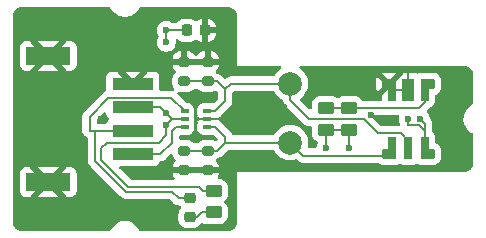
<source format=gbr>
%TF.GenerationSoftware,KiCad,Pcbnew,9.0.2*%
%TF.CreationDate,2025-07-10T11:39:35+02:00*%
%TF.ProjectId,iagabel,69616761-6265-46c2-9e6b-696361645f70,rev?*%
%TF.SameCoordinates,Original*%
%TF.FileFunction,Copper,L1,Top*%
%TF.FilePolarity,Positive*%
%FSLAX46Y46*%
G04 Gerber Fmt 4.6, Leading zero omitted, Abs format (unit mm)*
G04 Created by KiCad (PCBNEW 9.0.2) date 2025-07-10 11:39:35*
%MOMM*%
%LPD*%
G01*
G04 APERTURE LIST*
G04 Aperture macros list*
%AMRoundRect*
0 Rectangle with rounded corners*
0 $1 Rounding radius*
0 $2 $3 $4 $5 $6 $7 $8 $9 X,Y pos of 4 corners*
0 Add a 4 corners polygon primitive as box body*
4,1,4,$2,$3,$4,$5,$6,$7,$8,$9,$2,$3,0*
0 Add four circle primitives for the rounded corners*
1,1,$1+$1,$2,$3*
1,1,$1+$1,$4,$5*
1,1,$1+$1,$6,$7*
1,1,$1+$1,$8,$9*
0 Add four rect primitives between the rounded corners*
20,1,$1+$1,$2,$3,$4,$5,0*
20,1,$1+$1,$4,$5,$6,$7,0*
20,1,$1+$1,$6,$7,$8,$9,0*
20,1,$1+$1,$8,$9,$2,$3,0*%
G04 Aperture macros list end*
%TA.AperFunction,SMDPad,CuDef*%
%ADD10RoundRect,0.200000X-0.275000X0.200000X-0.275000X-0.200000X0.275000X-0.200000X0.275000X0.200000X0*%
%TD*%
%TA.AperFunction,SMDPad,CuDef*%
%ADD11RoundRect,0.250000X0.450000X-0.262500X0.450000X0.262500X-0.450000X0.262500X-0.450000X-0.262500X0*%
%TD*%
%TA.AperFunction,SMDPad,CuDef*%
%ADD12RoundRect,0.250000X-0.450000X0.262500X-0.450000X-0.262500X0.450000X-0.262500X0.450000X0.262500X0*%
%TD*%
%TA.AperFunction,SMDPad,CuDef*%
%ADD13RoundRect,0.100000X0.225000X0.100000X-0.225000X0.100000X-0.225000X-0.100000X0.225000X-0.100000X0*%
%TD*%
%TA.AperFunction,SMDPad,CuDef*%
%ADD14RoundRect,0.218750X-0.256250X0.218750X-0.256250X-0.218750X0.256250X-0.218750X0.256250X0.218750X0*%
%TD*%
%TA.AperFunction,SMDPad,CuDef*%
%ADD15C,2.000000*%
%TD*%
%TA.AperFunction,SMDPad,CuDef*%
%ADD16RoundRect,0.200000X0.275000X-0.200000X0.275000X0.200000X-0.275000X0.200000X-0.275000X-0.200000X0*%
%TD*%
%TA.AperFunction,SMDPad,CuDef*%
%ADD17RoundRect,0.225000X-0.225000X-0.250000X0.225000X-0.250000X0.225000X0.250000X-0.225000X0.250000X0*%
%TD*%
%TA.AperFunction,SMDPad,CuDef*%
%ADD18RoundRect,0.135000X-0.465000X-0.315000X0.465000X-0.315000X0.465000X0.315000X-0.465000X0.315000X0*%
%TD*%
%TA.AperFunction,SMDPad,CuDef*%
%ADD19R,0.700000X1.900000*%
%TD*%
%TA.AperFunction,SMDPad,CuDef*%
%ADD20R,1.000000X1.900000*%
%TD*%
%TA.AperFunction,SMDPad,CuDef*%
%ADD21R,3.500000X1.000000*%
%TD*%
%TA.AperFunction,SMDPad,CuDef*%
%ADD22R,3.800000X1.500000*%
%TD*%
%TA.AperFunction,ViaPad*%
%ADD23C,0.600000*%
%TD*%
%TA.AperFunction,Conductor*%
%ADD24C,0.200000*%
%TD*%
G04 APERTURE END LIST*
D10*
%TO.P,R7,2*%
%TO.N,GND*%
X17000000Y-14325000D03*
%TO.P,R7,1*%
%TO.N,Net-(U1-1A)*%
X17000000Y-12675000D03*
%TD*%
D11*
%TO.P,R2,1*%
%TO.N,+3.3V*%
X27000000Y-10912500D03*
%TO.P,R2,2*%
%TO.N,Net-(K1-ANODE)*%
X27000000Y-9087500D03*
%TD*%
D12*
%TO.P,R5,1*%
%TO.N,+3.3V*%
X17500000Y-16087500D03*
%TO.P,R5,2*%
%TO.N,Net-(D1-A)*%
X17500000Y-17912500D03*
%TD*%
D13*
%TO.P,U1,1,1A*%
%TO.N,Net-(U1-1A)*%
X16950000Y-10650000D03*
%TO.P,U1,2,GND*%
%TO.N,GND*%
X16950000Y-10000000D03*
%TO.P,U1,3,2A*%
%TO.N,Net-(U1-2A)*%
X16950000Y-9350000D03*
%TO.P,U1,4,2Y*%
%TO.N,Net-(D1-K)*%
X15050000Y-9350000D03*
%TO.P,U1,5,V_{CC}*%
%TO.N,+3.3V*%
X15050000Y-10000000D03*
%TO.P,U1,6,1Y*%
%TO.N,Net-(J1-Pin_1)*%
X15050000Y-10650000D03*
%TD*%
D10*
%TO.P,R6,1*%
%TO.N,Net-(U1-1A)*%
X15000000Y-12675000D03*
%TO.P,R6,2*%
%TO.N,GND*%
X15000000Y-14325000D03*
%TD*%
D14*
%TO.P,D1,1,K*%
%TO.N,Net-(D1-K)*%
X15500000Y-16712500D03*
%TO.P,D1,2,A*%
%TO.N,Net-(D1-A)*%
X15500000Y-18287500D03*
%TD*%
D15*
%TO.P,TP1,1,1*%
%TO.N,Net-(U1-1A)*%
X24000000Y-12000000D03*
%TD*%
D16*
%TO.P,R3,1*%
%TO.N,Net-(U1-2A)*%
X17000000Y-6825000D03*
%TO.P,R3,2*%
%TO.N,GND*%
X17000000Y-5175000D03*
%TD*%
D17*
%TO.P,C1,1*%
%TO.N,+3.3V*%
X15225000Y-2500000D03*
%TO.P,C1,2*%
%TO.N,GND*%
X16775000Y-2500000D03*
%TD*%
D11*
%TO.P,R1,1*%
%TO.N,+3.3V*%
X29000000Y-10912500D03*
%TO.P,R1,2*%
%TO.N,Net-(K1-ANODE)*%
X29000000Y-9087500D03*
%TD*%
D18*
%TO.P,K1,1,EMITTER*%
%TO.N,Net-(U1-1A)*%
X32350000Y-12950000D03*
D19*
X32600000Y-12450000D03*
%TO.P,K1,2,EMITTER*%
%TO.N,Net-(U1-2A)*%
X34000000Y-12450000D03*
%TO.P,K1,3,COLLECTOR*%
%TO.N,+3.3V*%
X35400000Y-12450000D03*
D18*
X35650000Y-12950000D03*
D19*
%TO.P,K1,4,ANODE*%
%TO.N,Net-(K1-ANODE)*%
X35400000Y-7550000D03*
D18*
X35650000Y-7050000D03*
D20*
%TO.P,K1,5,NC*%
%TO.N,GND*%
X34000000Y-7550000D03*
D18*
%TO.P,K1,6,CATHODE*%
X32350000Y-7050000D03*
D19*
X32600000Y-7550000D03*
%TD*%
D15*
%TO.P,TP2,1,1*%
%TO.N,Net-(U1-2A)*%
X24000000Y-7000000D03*
%TD*%
D21*
%TO.P,J1,1,Pin_1*%
%TO.N,Net-(J1-Pin_1)*%
X10650000Y-13000000D03*
%TO.P,J1,2,Pin_2*%
%TO.N,Net-(D1-K)*%
X10650000Y-11000000D03*
%TO.P,J1,3,Pin_3*%
%TO.N,+3.3V*%
X10650000Y-9000000D03*
%TO.P,J1,4,Pin_4*%
%TO.N,GND*%
X10650000Y-7000000D03*
D22*
%TO.P,J1,5,MP1*%
X3500000Y-4650000D03*
%TO.P,J1,6,MP2*%
X3500000Y-15350000D03*
%TD*%
D16*
%TO.P,R4,1*%
%TO.N,Net-(U1-2A)*%
X15000000Y-6825000D03*
%TO.P,R4,2*%
%TO.N,GND*%
X15000000Y-5175000D03*
%TD*%
D23*
%TO.N,+3.3V*%
X13500000Y-9500000D03*
X13500000Y-2500000D03*
X34000000Y-10000000D03*
X13500000Y-3500000D03*
X35000000Y-10000000D03*
X29000000Y-12500000D03*
X27000000Y-12500000D03*
X13500000Y-10500000D03*
%TO.N,GND*%
X28000000Y-7500000D03*
X38000000Y-13000000D03*
X22000000Y-14000000D03*
X9000000Y-4500000D03*
X21500000Y-9000000D03*
X15000000Y-8000000D03*
X17000000Y-8000000D03*
X23500000Y-9000000D03*
X3000000Y-7500000D03*
X29000000Y-14000000D03*
X3000000Y-9000000D03*
X11000000Y-14500000D03*
X30800000Y-9700000D03*
X38000000Y-7000000D03*
X8000000Y-10000000D03*
X26500000Y-7500000D03*
X7000000Y-16000000D03*
X4500000Y-7500000D03*
X21000000Y-14000000D03*
X4500000Y-12000000D03*
X38000000Y-10000000D03*
X4500000Y-10500000D03*
X12000000Y-14500000D03*
X4500000Y-9000000D03*
X3000000Y-10500000D03*
X17900000Y-3600000D03*
X27000000Y-14000000D03*
X11500000Y-4500000D03*
X3000000Y-12000000D03*
X20000000Y-8000000D03*
%TD*%
D24*
%TO.N,Net-(D1-A)*%
X16112500Y-18287500D02*
X16487500Y-17912500D01*
X16487500Y-17912500D02*
X17500000Y-17912500D01*
%TO.N,Net-(D1-K)*%
X10650000Y-11000000D02*
X7500000Y-11000000D01*
X10095400Y-16162500D02*
X7500000Y-13567100D01*
X14000000Y-16162500D02*
X10095400Y-16162500D01*
X7500000Y-13567100D02*
X7500000Y-11000000D01*
X14550000Y-16712500D02*
X14000000Y-16162500D01*
X15500000Y-16712500D02*
X14550000Y-16712500D01*
%TO.N,+3.3V*%
X17500000Y-16087500D02*
X16587500Y-16087500D01*
X8000000Y-12500000D02*
X8500000Y-12000000D01*
X16587500Y-16087500D02*
X16261500Y-15761500D01*
X13500000Y-11400000D02*
X13500000Y-10500000D01*
X16261500Y-15761500D02*
X10261500Y-15761500D01*
X10261500Y-15761500D02*
X8000000Y-13500000D01*
X8000000Y-13500000D02*
X8000000Y-12500000D01*
X12900000Y-12000000D02*
X13500000Y-11400000D01*
X8500000Y-12000000D02*
X12900000Y-12000000D01*
X15225000Y-2500000D02*
X13500000Y-2500000D01*
%TO.N,Net-(U1-1A)*%
X17000000Y-12675000D02*
X17825000Y-12675000D01*
X17825000Y-12675000D02*
X18500000Y-12000000D01*
X15000000Y-12675000D02*
X17000000Y-12675000D01*
%TO.N,Net-(D1-A)*%
X15500000Y-18287500D02*
X16112500Y-18287500D01*
%TO.N,+3.3V*%
X34000000Y-10000000D02*
X34000000Y-10500000D01*
X27000000Y-10912500D02*
X29000000Y-10912500D01*
X35400000Y-11000000D02*
X35400000Y-12450000D01*
X29000000Y-12500000D02*
X29000000Y-10912500D01*
X35400000Y-10400000D02*
X35400000Y-11000000D01*
X13500000Y-2500000D02*
X13500000Y-3500000D01*
X35000000Y-10000000D02*
X35400000Y-10400000D01*
X27000000Y-10912500D02*
X27000000Y-12500000D01*
X13000000Y-9000000D02*
X10650000Y-9000000D01*
X13500000Y-10500000D02*
X14000000Y-10000000D01*
X34900000Y-10500000D02*
X35400000Y-11000000D01*
X17261500Y-15761500D02*
X17500000Y-16000000D01*
X34000000Y-10500000D02*
X34900000Y-10500000D01*
X14000000Y-10000000D02*
X15050000Y-10000000D01*
X13500000Y-9500000D02*
X13000000Y-9000000D01*
X13500000Y-9500000D02*
X14000000Y-10000000D01*
%TO.N,GND*%
X16200000Y-10000000D02*
X16000000Y-9800000D01*
X16950000Y-10000000D02*
X16200000Y-10000000D01*
X15000000Y-5175000D02*
X17000000Y-5175000D01*
X34000000Y-5900000D02*
X34000000Y-7550000D01*
X16950000Y-10000000D02*
X20500000Y-10000000D01*
X20500000Y-10000000D02*
X21500000Y-9000000D01*
X16000000Y-9800000D02*
X16000000Y-9000000D01*
X32600000Y-7550000D02*
X34000000Y-7550000D01*
X16000000Y-9000000D02*
X17000000Y-8000000D01*
%TO.N,Net-(D1-K)*%
X15050000Y-9350000D02*
X13899000Y-8199000D01*
X7500000Y-11000000D02*
X7000000Y-11000000D01*
X13899000Y-8199000D02*
X8599000Y-8199000D01*
X7000000Y-9798000D02*
X7000000Y-11000000D01*
X8599000Y-8199000D02*
X7000000Y-9798000D01*
%TO.N,Net-(J1-Pin_1)*%
X14350000Y-10650000D02*
X14000000Y-11000000D01*
X15050000Y-10650000D02*
X14350000Y-10650000D01*
X13000000Y-13000000D02*
X10650000Y-13000000D01*
X14000000Y-12000000D02*
X13000000Y-13000000D01*
X14000000Y-11000000D02*
X14000000Y-12000000D01*
%TO.N,Net-(U1-2A)*%
X17825000Y-6825000D02*
X17000000Y-6825000D01*
X31449057Y-11199000D02*
X30250057Y-10000000D01*
X34000000Y-11850000D02*
X33349000Y-11199000D01*
X15000000Y-6825000D02*
X17000000Y-6825000D01*
X18500000Y-8500000D02*
X18500000Y-7500000D01*
X17650000Y-9350000D02*
X18500000Y-8500000D01*
X34000000Y-12450000D02*
X34000000Y-12952000D01*
X16950000Y-9350000D02*
X17650000Y-9350000D01*
X24000000Y-7000000D02*
X19000000Y-7000000D01*
X30250057Y-10000000D02*
X25585787Y-10000000D01*
X19000000Y-7000000D02*
X18500000Y-7500000D01*
X34000000Y-12450000D02*
X34000000Y-11850000D01*
X18500000Y-7500000D02*
X17825000Y-6825000D01*
X24000000Y-8414213D02*
X24000000Y-7000000D01*
X25585787Y-10000000D02*
X24000000Y-8414213D01*
X33349000Y-11199000D02*
X31449057Y-11199000D01*
%TO.N,Net-(K1-ANODE)*%
X34912500Y-9087500D02*
X35400000Y-8600000D01*
X29000000Y-9087500D02*
X34912500Y-9087500D01*
X35400000Y-8600000D02*
X35400000Y-7550000D01*
X27000000Y-9087500D02*
X29000000Y-9087500D01*
%TO.N,Net-(U1-1A)*%
X32350000Y-12950000D02*
X32199000Y-13101000D01*
X24000000Y-12000000D02*
X18500000Y-12000000D01*
X16950000Y-10650000D02*
X17650000Y-10650000D01*
X32199000Y-13101000D02*
X25101000Y-13101000D01*
X18500000Y-11500000D02*
X18500000Y-12000000D01*
X17650000Y-10650000D02*
X18500000Y-11500000D01*
X25101000Y-13101000D02*
X24000000Y-12000000D01*
%TD*%
%TA.AperFunction,Conductor*%
%TO.N,GND*%
G36*
X8730113Y-519685D02*
G01*
X8773559Y-567705D01*
X8844951Y-707820D01*
X8969890Y-879786D01*
X9120213Y-1030109D01*
X9292179Y-1155048D01*
X9292181Y-1155049D01*
X9292184Y-1155051D01*
X9481588Y-1251557D01*
X9683757Y-1317246D01*
X9893713Y-1350500D01*
X9893714Y-1350500D01*
X10106286Y-1350500D01*
X10106287Y-1350500D01*
X10316243Y-1317246D01*
X10518412Y-1251557D01*
X10707816Y-1155051D01*
X10734223Y-1135865D01*
X10879786Y-1030109D01*
X10879788Y-1030106D01*
X10879792Y-1030104D01*
X11030104Y-879792D01*
X11030106Y-879788D01*
X11030109Y-879786D01*
X11155048Y-707820D01*
X11155047Y-707820D01*
X11155051Y-707816D01*
X11226441Y-567704D01*
X11274416Y-516909D01*
X11336926Y-500000D01*
X12567119Y-500000D01*
X12567651Y-500001D01*
X12575763Y-500035D01*
X12578947Y-500550D01*
X12683300Y-500499D01*
X12749192Y-500499D01*
X18697468Y-500499D01*
X18711350Y-501278D01*
X18864132Y-518493D01*
X18891198Y-524670D01*
X19014185Y-567705D01*
X19033921Y-574611D01*
X19058938Y-586659D01*
X19186965Y-667103D01*
X19208672Y-684415D01*
X19315584Y-791327D01*
X19332897Y-813036D01*
X19413340Y-941061D01*
X19425388Y-966078D01*
X19475328Y-1108798D01*
X19481506Y-1135869D01*
X19498720Y-1288639D01*
X19499500Y-1302523D01*
X19499500Y-4274999D01*
X19499501Y-4275074D01*
X19499501Y-4302350D01*
X19499895Y-4304839D01*
X19499989Y-4311916D01*
X19499941Y-4312084D01*
X19500000Y-4313559D01*
X19500000Y-5500000D01*
X20686433Y-5500000D01*
X20696156Y-5500382D01*
X20697643Y-5500499D01*
X20697648Y-5500499D01*
X20734108Y-5500499D01*
X23129450Y-5500499D01*
X23196489Y-5520184D01*
X23242244Y-5572988D01*
X23252188Y-5642146D01*
X23223163Y-5705702D01*
X23202336Y-5724816D01*
X23022490Y-5855483D01*
X23022488Y-5855485D01*
X23022487Y-5855485D01*
X22855485Y-6022487D01*
X22855485Y-6022488D01*
X22855483Y-6022490D01*
X22830668Y-6056645D01*
X22716657Y-6213566D01*
X22711086Y-6224500D01*
X22671332Y-6302523D01*
X22656417Y-6331795D01*
X22608442Y-6382591D01*
X22545932Y-6399500D01*
X19086670Y-6399500D01*
X19086654Y-6399499D01*
X19079058Y-6399499D01*
X18920943Y-6399499D01*
X18844579Y-6419961D01*
X18768214Y-6440423D01*
X18768209Y-6440426D01*
X18631290Y-6519475D01*
X18631282Y-6519481D01*
X18587679Y-6563084D01*
X18579734Y-6567422D01*
X18574309Y-6574669D01*
X18549548Y-6583904D01*
X18526356Y-6596568D01*
X18517327Y-6595922D01*
X18508845Y-6599086D01*
X18483021Y-6593468D01*
X18456664Y-6591583D01*
X18447611Y-6585765D01*
X18440572Y-6584234D01*
X18412318Y-6563083D01*
X18312590Y-6463355D01*
X18312588Y-6463352D01*
X18193717Y-6344481D01*
X18193716Y-6344480D01*
X18106904Y-6294360D01*
X18106904Y-6294359D01*
X18106900Y-6294358D01*
X18056785Y-6265423D01*
X17904057Y-6224499D01*
X17904054Y-6224499D01*
X17900986Y-6224095D01*
X17898589Y-6223034D01*
X17896206Y-6222396D01*
X17896305Y-6222024D01*
X17880081Y-6214846D01*
X17857748Y-6209988D01*
X17841343Y-6197707D01*
X17837090Y-6195826D01*
X17829505Y-6188848D01*
X17727983Y-6087326D01*
X17694499Y-6026002D01*
X17699483Y-5956311D01*
X17727985Y-5911963D01*
X17830071Y-5809878D01*
X17830072Y-5809877D01*
X17918019Y-5664395D01*
X17968590Y-5502106D01*
X17975000Y-5431572D01*
X17975000Y-5425000D01*
X14025001Y-5425000D01*
X14025001Y-5431582D01*
X14031408Y-5502102D01*
X14031409Y-5502107D01*
X14081981Y-5664396D01*
X14169927Y-5809877D01*
X14272015Y-5911965D01*
X14305500Y-5973288D01*
X14300516Y-6042980D01*
X14272015Y-6087327D01*
X14169531Y-6189810D01*
X14169530Y-6189811D01*
X14081522Y-6335393D01*
X14030913Y-6497807D01*
X14028944Y-6519480D01*
X14024588Y-6567422D01*
X14024500Y-6568386D01*
X14024500Y-7081613D01*
X14030913Y-7152192D01*
X14030913Y-7152194D01*
X14030914Y-7152196D01*
X14081522Y-7314606D01*
X14140926Y-7412872D01*
X14146921Y-7422788D01*
X14164757Y-7490343D01*
X14143239Y-7556816D01*
X14089199Y-7601104D01*
X14034063Y-7610755D01*
X14021178Y-7610053D01*
X13978057Y-7598499D01*
X13819943Y-7598499D01*
X13819939Y-7598500D01*
X13024000Y-7598500D01*
X12956961Y-7578815D01*
X12911206Y-7526011D01*
X12900000Y-7474500D01*
X12900000Y-6452172D01*
X12899999Y-6452155D01*
X12893598Y-6392627D01*
X12893596Y-6392620D01*
X12843354Y-6257913D01*
X12843350Y-6257906D01*
X12757190Y-6142812D01*
X12757187Y-6142809D01*
X12642093Y-6056649D01*
X12642086Y-6056645D01*
X12507379Y-6006403D01*
X12507372Y-6006401D01*
X12447844Y-6000000D01*
X11910000Y-6000000D01*
X11901989Y-6019338D01*
X11902579Y-6020418D01*
X11897595Y-6090110D01*
X11869094Y-6134457D01*
X10914457Y-7089095D01*
X10853134Y-7122580D01*
X10783443Y-7117596D01*
X10739095Y-7089095D01*
X10650000Y-7000000D01*
X10560905Y-7089095D01*
X10499582Y-7122580D01*
X10429890Y-7117596D01*
X10385543Y-7089095D01*
X9430905Y-6134457D01*
X9426566Y-6126511D01*
X9419317Y-6121084D01*
X9410083Y-6096324D01*
X9397420Y-6073134D01*
X9398065Y-6064102D01*
X9394902Y-6055619D01*
X9400519Y-6029799D01*
X9400787Y-6026044D01*
X9390000Y-6000000D01*
X10003551Y-6000000D01*
X10650000Y-6646448D01*
X11296448Y-6000000D01*
X10003551Y-6000000D01*
X9390000Y-6000000D01*
X8852155Y-6000000D01*
X8792627Y-6006401D01*
X8792620Y-6006403D01*
X8657913Y-6056645D01*
X8657906Y-6056649D01*
X8542812Y-6142809D01*
X8542809Y-6142812D01*
X8456649Y-6257906D01*
X8456645Y-6257913D01*
X8406403Y-6392620D01*
X8406401Y-6392627D01*
X8400000Y-6452155D01*
X8400000Y-7548903D01*
X8380315Y-7615942D01*
X8338000Y-7656290D01*
X8230287Y-7718477D01*
X8230282Y-7718481D01*
X6519479Y-9429284D01*
X6495099Y-9471512D01*
X6484795Y-9489361D01*
X6440423Y-9566215D01*
X6399499Y-9718943D01*
X6399499Y-9718945D01*
X6399499Y-9887046D01*
X6399500Y-9887059D01*
X6399500Y-11079057D01*
X6438611Y-11225019D01*
X6440423Y-11231783D01*
X6440426Y-11231790D01*
X6519475Y-11368709D01*
X6519479Y-11368714D01*
X6519480Y-11368716D01*
X6631284Y-11480520D01*
X6631286Y-11480521D01*
X6631290Y-11480524D01*
X6764670Y-11557530D01*
X6768216Y-11559577D01*
X6807593Y-11570128D01*
X6867253Y-11606491D01*
X6897783Y-11669337D01*
X6899500Y-11689902D01*
X6899500Y-13480430D01*
X6899499Y-13480448D01*
X6899499Y-13646154D01*
X6899498Y-13646154D01*
X6911279Y-13690121D01*
X6939563Y-13795677D01*
X6940423Y-13798884D01*
X6940424Y-13798888D01*
X6966352Y-13843797D01*
X6966353Y-13843797D01*
X7019477Y-13935812D01*
X7019481Y-13935817D01*
X7138349Y-14054685D01*
X7138355Y-14054690D01*
X9610539Y-16526874D01*
X9610549Y-16526885D01*
X9614879Y-16531215D01*
X9614880Y-16531216D01*
X9726684Y-16643020D01*
X9804594Y-16688001D01*
X9863615Y-16722077D01*
X10016343Y-16763001D01*
X10016346Y-16763001D01*
X10182053Y-16763001D01*
X10182069Y-16763000D01*
X13699903Y-16763000D01*
X13766942Y-16782685D01*
X13787584Y-16799319D01*
X14065139Y-17076874D01*
X14065149Y-17076885D01*
X14069479Y-17081215D01*
X14069480Y-17081216D01*
X14181284Y-17193020D01*
X14181286Y-17193021D01*
X14181290Y-17193024D01*
X14257957Y-17237287D01*
X14318216Y-17272077D01*
X14430019Y-17302034D01*
X14470942Y-17313000D01*
X14470943Y-17313000D01*
X14570571Y-17313000D01*
X14576178Y-17313510D01*
X14603649Y-17324364D01*
X14631984Y-17332685D01*
X14636596Y-17337383D01*
X14641158Y-17339186D01*
X14648796Y-17349811D01*
X14670483Y-17371903D01*
X14675716Y-17380387D01*
X14675719Y-17380391D01*
X14707647Y-17412319D01*
X14741132Y-17473642D01*
X14736148Y-17543334D01*
X14707647Y-17587681D01*
X14675719Y-17619608D01*
X14675716Y-17619612D01*
X14587455Y-17762704D01*
X14587451Y-17762713D01*
X14534564Y-17922315D01*
X14534564Y-17922316D01*
X14534563Y-17922316D01*
X14524500Y-18020818D01*
X14524500Y-18554181D01*
X14534563Y-18652683D01*
X14587450Y-18812284D01*
X14587455Y-18812295D01*
X14675716Y-18955387D01*
X14675719Y-18955391D01*
X14794608Y-19074280D01*
X14794612Y-19074283D01*
X14937704Y-19162544D01*
X14937707Y-19162545D01*
X14937713Y-19162549D01*
X15097315Y-19215436D01*
X15195826Y-19225500D01*
X15195831Y-19225500D01*
X15804169Y-19225500D01*
X15804174Y-19225500D01*
X15902685Y-19215436D01*
X16062287Y-19162549D01*
X16205391Y-19074281D01*
X16324281Y-18955391D01*
X16400548Y-18831742D01*
X16411044Y-18821547D01*
X16416343Y-18811271D01*
X16444079Y-18789460D01*
X16469098Y-18775015D01*
X16536994Y-18758547D01*
X16596185Y-18776866D01*
X16730666Y-18859814D01*
X16897203Y-18914999D01*
X16999991Y-18925500D01*
X18000008Y-18925499D01*
X18000016Y-18925498D01*
X18000019Y-18925498D01*
X18056302Y-18919748D01*
X18102797Y-18914999D01*
X18269334Y-18859814D01*
X18418656Y-18767712D01*
X18542712Y-18643656D01*
X18634814Y-18494334D01*
X18689999Y-18327797D01*
X18700500Y-18225009D01*
X18700499Y-17599992D01*
X18699241Y-17587681D01*
X18689999Y-17497203D01*
X18689998Y-17497200D01*
X18651291Y-17380391D01*
X18634814Y-17330666D01*
X18542712Y-17181344D01*
X18449049Y-17087681D01*
X18415564Y-17026358D01*
X18420548Y-16956666D01*
X18449049Y-16912319D01*
X18542712Y-16818656D01*
X18634814Y-16669334D01*
X18689999Y-16502797D01*
X18700500Y-16400009D01*
X18700499Y-15774992D01*
X18689999Y-15672203D01*
X18634814Y-15505666D01*
X18542712Y-15356344D01*
X18418656Y-15232288D01*
X18303079Y-15161000D01*
X18269336Y-15140187D01*
X18269331Y-15140185D01*
X18222543Y-15124681D01*
X18102797Y-15085001D01*
X18102795Y-15085000D01*
X18000016Y-15074500D01*
X17980638Y-15074500D01*
X17913599Y-15054815D01*
X17867844Y-15002011D01*
X17857900Y-14932853D01*
X17874522Y-14886349D01*
X17918018Y-14814398D01*
X17918019Y-14814396D01*
X17968590Y-14652106D01*
X17975000Y-14581572D01*
X17975000Y-14575000D01*
X14025001Y-14575000D01*
X14025001Y-14581582D01*
X14031408Y-14652102D01*
X14031409Y-14652107D01*
X14081981Y-14814396D01*
X14169928Y-14959879D01*
X14170437Y-14960528D01*
X14170661Y-14961090D01*
X14173806Y-14966293D01*
X14172940Y-14966815D01*
X14196286Y-15025440D01*
X14182937Y-15094023D01*
X14134628Y-15144501D01*
X14072826Y-15161000D01*
X10561597Y-15161000D01*
X10494558Y-15141315D01*
X10473916Y-15124681D01*
X9561415Y-14212180D01*
X9527930Y-14150857D01*
X9532914Y-14081165D01*
X9574786Y-14025232D01*
X9640250Y-14000815D01*
X9649096Y-14000499D01*
X12447871Y-14000499D01*
X12447872Y-14000499D01*
X12507483Y-13994091D01*
X12642331Y-13943796D01*
X12757546Y-13857546D01*
X12843796Y-13742331D01*
X12845479Y-13737820D01*
X12866608Y-13681169D01*
X12908478Y-13625235D01*
X12973942Y-13600817D01*
X12982790Y-13600501D01*
X13079054Y-13600501D01*
X13079057Y-13600501D01*
X13231785Y-13559577D01*
X13314923Y-13511577D01*
X13368716Y-13480520D01*
X13480520Y-13368716D01*
X13480520Y-13368714D01*
X13490724Y-13358511D01*
X13490727Y-13358506D01*
X13842187Y-13007047D01*
X13903509Y-12973563D01*
X13973201Y-12978547D01*
X14029134Y-13020419D01*
X14048252Y-13057837D01*
X14081522Y-13164606D01*
X14153301Y-13283343D01*
X14169530Y-13310188D01*
X14272015Y-13412673D01*
X14305500Y-13473996D01*
X14300516Y-13543688D01*
X14272015Y-13588035D01*
X14169928Y-13690121D01*
X14169927Y-13690122D01*
X14081980Y-13835604D01*
X14031409Y-13997893D01*
X14025000Y-14068427D01*
X14025000Y-14075000D01*
X17974999Y-14075000D01*
X17974999Y-14068417D01*
X17968591Y-13997897D01*
X17968590Y-13997892D01*
X17918018Y-13835603D01*
X17830072Y-13690122D01*
X17727984Y-13588034D01*
X17723645Y-13580088D01*
X17716398Y-13574663D01*
X17707163Y-13549903D01*
X17694499Y-13526711D01*
X17695144Y-13517681D01*
X17691981Y-13509199D01*
X17697597Y-13483378D01*
X17699483Y-13457019D01*
X17705301Y-13447965D01*
X17706833Y-13440926D01*
X17727981Y-13412675D01*
X17829496Y-13311160D01*
X17890817Y-13277677D01*
X17900997Y-13275903D01*
X17904048Y-13275501D01*
X17904057Y-13275501D01*
X18056785Y-13234577D01*
X18106904Y-13205639D01*
X18193716Y-13155520D01*
X18305520Y-13043716D01*
X18305520Y-13043714D01*
X18315728Y-13033507D01*
X18315729Y-13033504D01*
X18712416Y-12636819D01*
X18773739Y-12603334D01*
X18800097Y-12600500D01*
X22545932Y-12600500D01*
X22612971Y-12620185D01*
X22656416Y-12668203D01*
X22716657Y-12786433D01*
X22855483Y-12977510D01*
X23022490Y-13144517D01*
X23213567Y-13283343D01*
X23303529Y-13329181D01*
X23424003Y-13390566D01*
X23424005Y-13390566D01*
X23424008Y-13390568D01*
X23521093Y-13422113D01*
X23648631Y-13463553D01*
X23881903Y-13500500D01*
X23881908Y-13500500D01*
X24118097Y-13500500D01*
X24226203Y-13483377D01*
X24351368Y-13463553D01*
X24477566Y-13422547D01*
X24492776Y-13422113D01*
X24507036Y-13416795D01*
X24526991Y-13421136D01*
X24547404Y-13420553D01*
X24561490Y-13428640D01*
X24575309Y-13431647D01*
X24603563Y-13452798D01*
X24616139Y-13465374D01*
X24616149Y-13465385D01*
X24620479Y-13469715D01*
X24620480Y-13469716D01*
X24732284Y-13581520D01*
X24732286Y-13581521D01*
X24777254Y-13607483D01*
X24777253Y-13607483D01*
X24777256Y-13607484D01*
X24869209Y-13660574D01*
X24869210Y-13660574D01*
X24869215Y-13660577D01*
X25021943Y-13701500D01*
X25180057Y-13701500D01*
X31371405Y-13701500D01*
X31438444Y-13721185D01*
X31459087Y-13737820D01*
X31492396Y-13771130D01*
X31492400Y-13771133D01*
X31492402Y-13771135D01*
X31630607Y-13852869D01*
X31646709Y-13857547D01*
X31784791Y-13897664D01*
X31784794Y-13897664D01*
X31784796Y-13897665D01*
X31820819Y-13900500D01*
X32202123Y-13900499D01*
X32202127Y-13900500D01*
X32997872Y-13900499D01*
X33057483Y-13894091D01*
X33192329Y-13843797D01*
X33192329Y-13843796D01*
X33192331Y-13843796D01*
X33225689Y-13818823D01*
X33291151Y-13794406D01*
X33359425Y-13809257D01*
X33374305Y-13818820D01*
X33407669Y-13843796D01*
X33407670Y-13843796D01*
X33407670Y-13843797D01*
X33542517Y-13894091D01*
X33542516Y-13894091D01*
X33549444Y-13894835D01*
X33602127Y-13900500D01*
X34397872Y-13900499D01*
X34457483Y-13894091D01*
X34592329Y-13843797D01*
X34592329Y-13843796D01*
X34592331Y-13843796D01*
X34625689Y-13818823D01*
X34691151Y-13794406D01*
X34759425Y-13809257D01*
X34774305Y-13818820D01*
X34807669Y-13843796D01*
X34807670Y-13843796D01*
X34807670Y-13843797D01*
X34942516Y-13894091D01*
X34968419Y-13896875D01*
X35002127Y-13900500D01*
X35120817Y-13900499D01*
X35120819Y-13900500D01*
X36179180Y-13900499D01*
X36215204Y-13897665D01*
X36369393Y-13852869D01*
X36507598Y-13771135D01*
X36621135Y-13657598D01*
X36702869Y-13519393D01*
X36747665Y-13365204D01*
X36750500Y-13329181D01*
X36750499Y-12570820D01*
X36747665Y-12534796D01*
X36702869Y-12380607D01*
X36621135Y-12242402D01*
X36621133Y-12242400D01*
X36621130Y-12242396D01*
X36507603Y-12128869D01*
X36507595Y-12128863D01*
X36431218Y-12083694D01*
X36369393Y-12047131D01*
X36369392Y-12047130D01*
X36369391Y-12047130D01*
X36369388Y-12047129D01*
X36339904Y-12038563D01*
X36281018Y-12000957D01*
X36251812Y-11937484D01*
X36250499Y-11919487D01*
X36250499Y-11452129D01*
X36250498Y-11452123D01*
X36248873Y-11437009D01*
X36244091Y-11392517D01*
X36239353Y-11379815D01*
X36193797Y-11257671D01*
X36193793Y-11257664D01*
X36107547Y-11142455D01*
X36050189Y-11099516D01*
X36047453Y-11095861D01*
X36043299Y-11093964D01*
X36026705Y-11068144D01*
X36008319Y-11043582D01*
X36007303Y-11037955D01*
X36005524Y-11035186D01*
X36000501Y-11000250D01*
X36000501Y-10964028D01*
X36000501Y-10920943D01*
X36000500Y-10920939D01*
X36000500Y-10320943D01*
X35999240Y-10316243D01*
X35997636Y-10310256D01*
X35983303Y-10256762D01*
X35959577Y-10168216D01*
X35944704Y-10142455D01*
X35880524Y-10031290D01*
X35880518Y-10031282D01*
X35834573Y-9985337D01*
X35801088Y-9924014D01*
X35800637Y-9921847D01*
X35791728Y-9877057D01*
X35769737Y-9766503D01*
X35760155Y-9743370D01*
X35709397Y-9620827D01*
X35709390Y-9620814D01*
X35621789Y-9489711D01*
X35621786Y-9489707D01*
X35578337Y-9446258D01*
X35544852Y-9384935D01*
X35549836Y-9315243D01*
X35578335Y-9270898D01*
X35768713Y-9080521D01*
X35768716Y-9080520D01*
X35834681Y-9014553D01*
X35834688Y-9014549D01*
X35879025Y-8986056D01*
X35992331Y-8943796D01*
X36107546Y-8857546D01*
X36193796Y-8742331D01*
X36244091Y-8607483D01*
X36250500Y-8547873D01*
X36250499Y-8080511D01*
X36270183Y-8013473D01*
X36322987Y-7967718D01*
X36339899Y-7961437D01*
X36369393Y-7952869D01*
X36507598Y-7871135D01*
X36621135Y-7757598D01*
X36702869Y-7619393D01*
X36735851Y-7505865D01*
X36747664Y-7465208D01*
X36747665Y-7465202D01*
X36748060Y-7460185D01*
X36750500Y-7429181D01*
X36750499Y-6670820D01*
X36747665Y-6634796D01*
X36702869Y-6480607D01*
X36621135Y-6342402D01*
X36621133Y-6342400D01*
X36621130Y-6342396D01*
X36507603Y-6228869D01*
X36507595Y-6228863D01*
X36369393Y-6147131D01*
X36369388Y-6147129D01*
X36215208Y-6102335D01*
X36215202Y-6102334D01*
X36179188Y-6099500D01*
X36179181Y-6099500D01*
X35797876Y-6099500D01*
X35797873Y-6099500D01*
X35002129Y-6099500D01*
X35002123Y-6099501D01*
X34942515Y-6105909D01*
X34817617Y-6152492D01*
X34747926Y-6157476D01*
X34730952Y-6152492D01*
X34607380Y-6106403D01*
X34607372Y-6106401D01*
X34547844Y-6100000D01*
X33560000Y-6100000D01*
X33551989Y-6119338D01*
X33552579Y-6120418D01*
X33547595Y-6190110D01*
X33519094Y-6234457D01*
X32526776Y-7226776D01*
X31750000Y-8003551D01*
X31750000Y-8363000D01*
X31730315Y-8430039D01*
X31677511Y-8475794D01*
X31626000Y-8487000D01*
X30192508Y-8487000D01*
X30125469Y-8467315D01*
X30086969Y-8428097D01*
X30082556Y-8420942D01*
X30042712Y-8356344D01*
X29918656Y-8232288D01*
X29776351Y-8144514D01*
X29769336Y-8140187D01*
X29769331Y-8140185D01*
X29767862Y-8139698D01*
X29602797Y-8085001D01*
X29602795Y-8085000D01*
X29500010Y-8074500D01*
X28499998Y-8074500D01*
X28499980Y-8074501D01*
X28397203Y-8085000D01*
X28397200Y-8085001D01*
X28230668Y-8140185D01*
X28230663Y-8140187D01*
X28081342Y-8232289D01*
X28076909Y-8235795D01*
X28012113Y-8261934D01*
X27943471Y-8248892D01*
X27923091Y-8235795D01*
X27918657Y-8232289D01*
X27918656Y-8232288D01*
X27776351Y-8144514D01*
X27769336Y-8140187D01*
X27769331Y-8140185D01*
X27767862Y-8139698D01*
X27602797Y-8085001D01*
X27602795Y-8085000D01*
X27500010Y-8074500D01*
X26499998Y-8074500D01*
X26499980Y-8074501D01*
X26397203Y-8085000D01*
X26397200Y-8085001D01*
X26230668Y-8140185D01*
X26230663Y-8140187D01*
X26081342Y-8232289D01*
X25957289Y-8356342D01*
X25865187Y-8505663D01*
X25865186Y-8505666D01*
X25810001Y-8672203D01*
X25810001Y-8672204D01*
X25810000Y-8672204D01*
X25799500Y-8774983D01*
X25799500Y-9065116D01*
X25779815Y-9132155D01*
X25727011Y-9177910D01*
X25657853Y-9187854D01*
X25594297Y-9158829D01*
X25587819Y-9152797D01*
X24849669Y-8414647D01*
X24816184Y-8353324D01*
X24821168Y-8283632D01*
X24863040Y-8227699D01*
X24864272Y-8226789D01*
X24977510Y-8144517D01*
X25144517Y-7977510D01*
X25283343Y-7786433D01*
X25390568Y-7575992D01*
X25463553Y-7351368D01*
X25500500Y-7118097D01*
X25500500Y-6881902D01*
X25469762Y-6687835D01*
X25469762Y-6687834D01*
X25467074Y-6670864D01*
X31250000Y-6670864D01*
X31250000Y-7429135D01*
X31252832Y-7465123D01*
X31252833Y-7465129D01*
X31297593Y-7619191D01*
X31297595Y-7619196D01*
X31345777Y-7700668D01*
X31345778Y-7700669D01*
X31996448Y-7050000D01*
X31345778Y-6399330D01*
X31297594Y-6480805D01*
X31297592Y-6480811D01*
X31252833Y-6634870D01*
X31252832Y-6634876D01*
X31250000Y-6670864D01*
X25467074Y-6670864D01*
X25463553Y-6648631D01*
X25409024Y-6480811D01*
X25390568Y-6424008D01*
X25390566Y-6424005D01*
X25390566Y-6424003D01*
X25324509Y-6294360D01*
X25283343Y-6213567D01*
X25207549Y-6109246D01*
X31762798Y-6109246D01*
X31762798Y-6109247D01*
X32349999Y-6696448D01*
X32946448Y-6100000D01*
X31820866Y-6100000D01*
X31784877Y-6102832D01*
X31784875Y-6102833D01*
X31762798Y-6109246D01*
X25207549Y-6109246D01*
X25144517Y-6022490D01*
X24977510Y-5855483D01*
X24797663Y-5724816D01*
X24754999Y-5669487D01*
X24749020Y-5599873D01*
X24781626Y-5538078D01*
X24842465Y-5503721D01*
X24870550Y-5500499D01*
X38697468Y-5500499D01*
X38711350Y-5501278D01*
X38864132Y-5518493D01*
X38891198Y-5524670D01*
X39029283Y-5572988D01*
X39033921Y-5574611D01*
X39058938Y-5586659D01*
X39186965Y-5667103D01*
X39208672Y-5684415D01*
X39315584Y-5791327D01*
X39332897Y-5813036D01*
X39413340Y-5941061D01*
X39425388Y-5966078D01*
X39475328Y-6108798D01*
X39481506Y-6135869D01*
X39498720Y-6288639D01*
X39499500Y-6302523D01*
X39499500Y-7309892D01*
X39498802Y-7412872D01*
X39499960Y-7420321D01*
X39499999Y-7429645D01*
X39499968Y-7429750D01*
X39500000Y-7430159D01*
X39500000Y-8663074D01*
X39480315Y-8730113D01*
X39432295Y-8773559D01*
X39292179Y-8844951D01*
X39120213Y-8969890D01*
X38969890Y-9120213D01*
X38844951Y-9292179D01*
X38748444Y-9481585D01*
X38682753Y-9683760D01*
X38664343Y-9800000D01*
X38649500Y-9893713D01*
X38649500Y-10106287D01*
X38656659Y-10151487D01*
X38681805Y-10310256D01*
X38682754Y-10316243D01*
X38745917Y-10510639D01*
X38748444Y-10518414D01*
X38844951Y-10707820D01*
X38969890Y-10879786D01*
X39120213Y-11030109D01*
X39292182Y-11155050D01*
X39292184Y-11155051D01*
X39432295Y-11226441D01*
X39483090Y-11274414D01*
X39500000Y-11336925D01*
X39500000Y-12567109D01*
X39499999Y-12567642D01*
X39499964Y-12575756D01*
X39499449Y-12578946D01*
X39499500Y-12683298D01*
X39499500Y-12683659D01*
X39499500Y-13697475D01*
X39498720Y-13711359D01*
X39481506Y-13864130D01*
X39475328Y-13891201D01*
X39425388Y-14033921D01*
X39413340Y-14058938D01*
X39332897Y-14186963D01*
X39315584Y-14208672D01*
X39208672Y-14315584D01*
X39186963Y-14332897D01*
X39058938Y-14413340D01*
X39033921Y-14425388D01*
X38891201Y-14475328D01*
X38864130Y-14481506D01*
X38711369Y-14498719D01*
X38697485Y-14499499D01*
X20727322Y-14499499D01*
X20727242Y-14499500D01*
X20697649Y-14499500D01*
X20695118Y-14499900D01*
X20687967Y-14499990D01*
X20687808Y-14499945D01*
X20686420Y-14500000D01*
X19500000Y-14500000D01*
X19500000Y-15686430D01*
X19499618Y-15696155D01*
X19499500Y-15697643D01*
X19499500Y-18697475D01*
X19498720Y-18711358D01*
X19498720Y-18711359D01*
X19481506Y-18864130D01*
X19475328Y-18891201D01*
X19425388Y-19033921D01*
X19413340Y-19058938D01*
X19332897Y-19186963D01*
X19315584Y-19208672D01*
X19208672Y-19315584D01*
X19186963Y-19332897D01*
X19058938Y-19413340D01*
X19033921Y-19425388D01*
X18891201Y-19475328D01*
X18864130Y-19481506D01*
X18711369Y-19498719D01*
X18697485Y-19499499D01*
X12690105Y-19499499D01*
X12587126Y-19498801D01*
X12579670Y-19499960D01*
X12570346Y-19499999D01*
X12570240Y-19499968D01*
X12569831Y-19500000D01*
X11336926Y-19500000D01*
X11269887Y-19480315D01*
X11226441Y-19432295D01*
X11175795Y-19332897D01*
X11155051Y-19292184D01*
X11155049Y-19292181D01*
X11155048Y-19292179D01*
X11030109Y-19120213D01*
X10879786Y-18969890D01*
X10707820Y-18844951D01*
X10518414Y-18748444D01*
X10518413Y-18748443D01*
X10518412Y-18748443D01*
X10316243Y-18682754D01*
X10316241Y-18682753D01*
X10316240Y-18682753D01*
X10126396Y-18652685D01*
X10106287Y-18649500D01*
X9893713Y-18649500D01*
X9873604Y-18652685D01*
X9683760Y-18682753D01*
X9481585Y-18748444D01*
X9292179Y-18844951D01*
X9120213Y-18969890D01*
X8969890Y-19120213D01*
X8844951Y-19292179D01*
X8773559Y-19432295D01*
X8725584Y-19483091D01*
X8663074Y-19500000D01*
X7432903Y-19500000D01*
X7432369Y-19499999D01*
X7424247Y-19499964D01*
X7421053Y-19499448D01*
X7316700Y-19499499D01*
X1302515Y-19499499D01*
X1288631Y-19498719D01*
X1135869Y-19481506D01*
X1108798Y-19475328D01*
X966078Y-19425388D01*
X941061Y-19413340D01*
X813036Y-19332897D01*
X791327Y-19315584D01*
X684415Y-19208672D01*
X667102Y-19186963D01*
X625160Y-19120213D01*
X586659Y-19058938D01*
X574611Y-19033921D01*
X552206Y-18969890D01*
X524670Y-18891198D01*
X518493Y-18864129D01*
X501280Y-18711358D01*
X500500Y-18697475D01*
X500500Y-14552155D01*
X1100000Y-14552155D01*
X1100000Y-16147844D01*
X1106401Y-16207372D01*
X1106403Y-16207379D01*
X1156645Y-16342086D01*
X1156649Y-16342093D01*
X1242809Y-16457187D01*
X1242812Y-16457190D01*
X1357906Y-16543350D01*
X1357913Y-16543354D01*
X1492620Y-16593596D01*
X1492627Y-16593598D01*
X1552155Y-16599999D01*
X1552172Y-16600000D01*
X1990000Y-16600000D01*
X1990000Y-16599999D01*
X2603551Y-16599999D01*
X2603552Y-16600000D01*
X4396448Y-16600000D01*
X4396448Y-16599999D01*
X3500000Y-15703552D01*
X2603551Y-16599999D01*
X1990000Y-16599999D01*
X1998010Y-16580661D01*
X1997420Y-16579581D01*
X2002404Y-16509889D01*
X2030905Y-16465542D01*
X3146447Y-15349999D01*
X3853552Y-15349999D01*
X3853552Y-15350000D01*
X4969094Y-16465542D01*
X5002579Y-16526865D01*
X4999211Y-16573953D01*
X5010000Y-16600000D01*
X5447828Y-16600000D01*
X5447844Y-16599999D01*
X5507372Y-16593598D01*
X5507379Y-16593596D01*
X5642086Y-16543354D01*
X5642093Y-16543350D01*
X5757187Y-16457190D01*
X5757190Y-16457187D01*
X5843350Y-16342093D01*
X5843354Y-16342086D01*
X5893596Y-16207379D01*
X5893598Y-16207372D01*
X5899999Y-16147844D01*
X5900000Y-16147827D01*
X5900000Y-14552172D01*
X5899999Y-14552155D01*
X5893598Y-14492627D01*
X5893596Y-14492620D01*
X5843354Y-14357913D01*
X5843350Y-14357906D01*
X5757190Y-14242812D01*
X5757187Y-14242809D01*
X5642093Y-14156649D01*
X5642086Y-14156645D01*
X5507379Y-14106403D01*
X5507372Y-14106401D01*
X5447844Y-14100000D01*
X5010000Y-14100000D01*
X5001989Y-14119338D01*
X5002579Y-14120418D01*
X4997595Y-14190110D01*
X4969094Y-14234457D01*
X3853552Y-15349999D01*
X3146447Y-15349999D01*
X2030905Y-14234457D01*
X2026566Y-14226511D01*
X2019317Y-14221084D01*
X2010083Y-14196324D01*
X1997420Y-14173134D01*
X1998065Y-14164102D01*
X1994902Y-14155619D01*
X2000519Y-14129799D01*
X2000787Y-14126044D01*
X1990000Y-14100000D01*
X2603551Y-14100000D01*
X3500000Y-14996448D01*
X4396448Y-14100000D01*
X2603551Y-14100000D01*
X1990000Y-14100000D01*
X1552155Y-14100000D01*
X1492627Y-14106401D01*
X1492620Y-14106403D01*
X1357913Y-14156645D01*
X1357906Y-14156649D01*
X1242812Y-14242809D01*
X1242809Y-14242812D01*
X1156649Y-14357906D01*
X1156645Y-14357913D01*
X1106403Y-14492620D01*
X1106401Y-14492627D01*
X1100000Y-14552155D01*
X500500Y-14552155D01*
X500500Y-3852155D01*
X1100000Y-3852155D01*
X1100000Y-5447844D01*
X1106401Y-5507372D01*
X1106403Y-5507379D01*
X1156645Y-5642086D01*
X1156649Y-5642093D01*
X1242809Y-5757187D01*
X1242812Y-5757190D01*
X1357906Y-5843350D01*
X1357913Y-5843354D01*
X1492620Y-5893596D01*
X1492627Y-5893598D01*
X1552155Y-5899999D01*
X1552172Y-5900000D01*
X1990000Y-5900000D01*
X1990000Y-5899999D01*
X2603551Y-5899999D01*
X2603552Y-5900000D01*
X4396448Y-5900000D01*
X4396448Y-5899999D01*
X3500000Y-5003552D01*
X2603551Y-5899999D01*
X1990000Y-5899999D01*
X1998010Y-5880661D01*
X1997420Y-5879581D01*
X2002404Y-5809889D01*
X2030905Y-5765542D01*
X3146447Y-4649999D01*
X3853552Y-4649999D01*
X3853552Y-4650000D01*
X4969094Y-5765542D01*
X5002579Y-5826865D01*
X4999211Y-5873953D01*
X5010000Y-5900000D01*
X5447828Y-5900000D01*
X5447844Y-5899999D01*
X5507372Y-5893598D01*
X5507379Y-5893596D01*
X5642086Y-5843354D01*
X5642093Y-5843350D01*
X5757187Y-5757190D01*
X5757190Y-5757187D01*
X5843350Y-5642093D01*
X5843354Y-5642086D01*
X5893596Y-5507379D01*
X5893598Y-5507372D01*
X5899999Y-5447844D01*
X5900000Y-5447827D01*
X5900000Y-4918427D01*
X14025000Y-4918427D01*
X14025000Y-4925000D01*
X14750000Y-4925000D01*
X14750000Y-4275000D01*
X15250000Y-4275000D01*
X15250000Y-4925000D01*
X16750000Y-4925000D01*
X17250000Y-4925000D01*
X17974999Y-4925000D01*
X17974999Y-4918417D01*
X17968591Y-4847897D01*
X17968590Y-4847892D01*
X17918018Y-4685603D01*
X17830072Y-4540122D01*
X17709877Y-4419927D01*
X17564395Y-4331980D01*
X17564396Y-4331980D01*
X17402105Y-4281409D01*
X17402106Y-4281409D01*
X17331572Y-4275000D01*
X17250000Y-4275000D01*
X17250000Y-4925000D01*
X16750000Y-4925000D01*
X16750000Y-4275000D01*
X16749999Y-4274999D01*
X16668417Y-4275000D01*
X16597897Y-4281408D01*
X16597892Y-4281409D01*
X16435603Y-4331981D01*
X16290122Y-4419927D01*
X16169927Y-4540122D01*
X16106117Y-4645677D01*
X16054589Y-4692865D01*
X15985729Y-4704703D01*
X15921401Y-4677434D01*
X15893883Y-4645677D01*
X15830072Y-4540122D01*
X15709877Y-4419927D01*
X15564395Y-4331980D01*
X15564396Y-4331980D01*
X15402105Y-4281409D01*
X15402106Y-4281409D01*
X15331572Y-4275000D01*
X15250000Y-4275000D01*
X14750000Y-4275000D01*
X14749999Y-4274999D01*
X14668417Y-4275000D01*
X14597897Y-4281408D01*
X14597892Y-4281409D01*
X14435603Y-4331981D01*
X14290122Y-4419927D01*
X14169927Y-4540122D01*
X14081980Y-4685604D01*
X14031409Y-4847893D01*
X14025000Y-4918427D01*
X5900000Y-4918427D01*
X5900000Y-3852172D01*
X5899999Y-3852155D01*
X5893598Y-3792627D01*
X5893596Y-3792620D01*
X5843354Y-3657913D01*
X5843350Y-3657906D01*
X5757190Y-3542812D01*
X5757187Y-3542809D01*
X5642093Y-3456649D01*
X5642086Y-3456645D01*
X5507379Y-3406403D01*
X5507372Y-3406401D01*
X5447844Y-3400000D01*
X5010000Y-3400000D01*
X5001989Y-3419338D01*
X5002579Y-3420418D01*
X4997595Y-3490110D01*
X4969094Y-3534457D01*
X3853552Y-4649999D01*
X3146447Y-4649999D01*
X2030905Y-3534457D01*
X2026566Y-3526511D01*
X2019317Y-3521084D01*
X2010083Y-3496324D01*
X1997420Y-3473134D01*
X1998065Y-3464102D01*
X1994902Y-3455619D01*
X2000519Y-3429799D01*
X2000787Y-3426044D01*
X1990000Y-3400000D01*
X2603551Y-3400000D01*
X3500000Y-4296448D01*
X4396448Y-3400000D01*
X2603551Y-3400000D01*
X1990000Y-3400000D01*
X1552155Y-3400000D01*
X1492627Y-3406401D01*
X1492620Y-3406403D01*
X1357913Y-3456645D01*
X1357906Y-3456649D01*
X1242812Y-3542809D01*
X1242809Y-3542812D01*
X1156649Y-3657906D01*
X1156645Y-3657913D01*
X1106403Y-3792620D01*
X1106401Y-3792627D01*
X1100000Y-3852155D01*
X500500Y-3852155D01*
X500500Y-2421153D01*
X12699500Y-2421153D01*
X12699500Y-2578846D01*
X12730261Y-2733489D01*
X12730264Y-2733501D01*
X12790602Y-2879172D01*
X12790609Y-2879185D01*
X12825304Y-2931109D01*
X12846182Y-2997786D01*
X12827698Y-3065167D01*
X12825304Y-3068891D01*
X12790609Y-3120814D01*
X12790602Y-3120827D01*
X12730264Y-3266498D01*
X12730261Y-3266510D01*
X12699500Y-3421153D01*
X12699500Y-3578846D01*
X12730261Y-3733489D01*
X12730264Y-3733501D01*
X12790602Y-3879172D01*
X12790609Y-3879185D01*
X12878210Y-4010288D01*
X12878213Y-4010292D01*
X12989707Y-4121786D01*
X12989711Y-4121789D01*
X13120814Y-4209390D01*
X13120827Y-4209397D01*
X13257218Y-4265891D01*
X13266503Y-4269737D01*
X13421153Y-4300499D01*
X13421156Y-4300500D01*
X13421158Y-4300500D01*
X13578844Y-4300500D01*
X13578845Y-4300499D01*
X13733497Y-4269737D01*
X13879179Y-4209394D01*
X14010289Y-4121789D01*
X14121789Y-4010289D01*
X14209394Y-3879179D01*
X14269737Y-3733497D01*
X14300500Y-3578842D01*
X14300500Y-3421158D01*
X14294671Y-3391854D01*
X14300897Y-3322263D01*
X14343760Y-3267085D01*
X14409649Y-3243840D01*
X14477646Y-3259907D01*
X14503969Y-3279981D01*
X14546955Y-3322967D01*
X14546959Y-3322970D01*
X14691294Y-3411998D01*
X14691297Y-3411999D01*
X14691303Y-3412003D01*
X14852292Y-3465349D01*
X14951655Y-3475500D01*
X15498344Y-3475499D01*
X15498352Y-3475498D01*
X15498355Y-3475498D01*
X15552760Y-3469940D01*
X15597708Y-3465349D01*
X15758697Y-3412003D01*
X15903044Y-3322968D01*
X15912668Y-3313343D01*
X15973987Y-3279856D01*
X16043679Y-3284835D01*
X16088034Y-3313339D01*
X16097267Y-3322572D01*
X16097271Y-3322575D01*
X16241507Y-3411542D01*
X16241518Y-3411547D01*
X16402393Y-3464855D01*
X16501683Y-3474999D01*
X17025000Y-3474999D01*
X17048308Y-3474999D01*
X17048322Y-3474998D01*
X17147607Y-3464855D01*
X17308481Y-3411547D01*
X17308492Y-3411542D01*
X17452728Y-3322575D01*
X17452732Y-3322572D01*
X17572572Y-3202732D01*
X17572575Y-3202728D01*
X17661542Y-3058492D01*
X17661547Y-3058481D01*
X17714855Y-2897606D01*
X17724999Y-2798322D01*
X17725000Y-2798309D01*
X17725000Y-2750000D01*
X17025000Y-2750000D01*
X17025000Y-3474999D01*
X16501683Y-3474999D01*
X16525000Y-3474998D01*
X16525000Y-2250000D01*
X17025000Y-2250000D01*
X17724999Y-2250000D01*
X17724999Y-2201692D01*
X17724998Y-2201677D01*
X17714855Y-2102392D01*
X17661547Y-1941518D01*
X17661542Y-1941507D01*
X17572575Y-1797271D01*
X17572572Y-1797267D01*
X17452732Y-1677427D01*
X17452728Y-1677424D01*
X17308492Y-1588457D01*
X17308481Y-1588452D01*
X17147606Y-1535144D01*
X17048322Y-1525000D01*
X17025000Y-1525000D01*
X17025000Y-2250000D01*
X16525000Y-2250000D01*
X16525000Y-1524999D01*
X16501693Y-1525000D01*
X16501674Y-1525001D01*
X16402392Y-1535144D01*
X16241518Y-1588452D01*
X16241507Y-1588457D01*
X16097271Y-1677424D01*
X16097265Y-1677428D01*
X16088031Y-1686663D01*
X16026707Y-1720146D01*
X15957015Y-1715159D01*
X15912672Y-1686660D01*
X15903044Y-1677032D01*
X15903040Y-1677029D01*
X15758705Y-1588001D01*
X15758699Y-1587998D01*
X15758697Y-1587997D01*
X15758694Y-1587996D01*
X15597709Y-1534651D01*
X15498346Y-1524500D01*
X14951662Y-1524500D01*
X14951644Y-1524501D01*
X14852292Y-1534650D01*
X14852289Y-1534651D01*
X14691305Y-1587996D01*
X14691294Y-1588001D01*
X14546959Y-1677029D01*
X14546955Y-1677032D01*
X14427031Y-1796956D01*
X14400113Y-1840598D01*
X14392526Y-1847421D01*
X14388288Y-1856703D01*
X14366989Y-1870390D01*
X14348165Y-1887322D01*
X14336528Y-1889966D01*
X14329510Y-1894477D01*
X14294575Y-1899500D01*
X14079766Y-1899500D01*
X14012727Y-1879815D01*
X14010875Y-1878602D01*
X13879185Y-1790609D01*
X13879172Y-1790602D01*
X13733501Y-1730264D01*
X13733489Y-1730261D01*
X13578845Y-1699500D01*
X13578842Y-1699500D01*
X13421158Y-1699500D01*
X13421155Y-1699500D01*
X13266510Y-1730261D01*
X13266498Y-1730264D01*
X13120827Y-1790602D01*
X13120814Y-1790609D01*
X12989711Y-1878210D01*
X12989707Y-1878213D01*
X12878213Y-1989707D01*
X12878210Y-1989711D01*
X12790609Y-2120814D01*
X12790602Y-2120827D01*
X12730264Y-2266498D01*
X12730261Y-2266510D01*
X12699500Y-2421153D01*
X500500Y-2421153D01*
X500500Y-1302523D01*
X501280Y-1288639D01*
X518493Y-1135865D01*
X524669Y-1108803D01*
X574612Y-966075D01*
X586657Y-941064D01*
X667106Y-813030D01*
X684411Y-791331D01*
X791331Y-684411D01*
X813030Y-667106D01*
X941064Y-586657D01*
X966075Y-574612D01*
X1108803Y-524669D01*
X1135865Y-518493D01*
X1288649Y-501278D01*
X1302532Y-500499D01*
X7250848Y-500499D01*
X7316740Y-500499D01*
X7316740Y-500500D01*
X7421092Y-500551D01*
X7424284Y-500035D01*
X7432408Y-500001D01*
X7432468Y-500018D01*
X7432932Y-500000D01*
X8663074Y-500000D01*
X8730113Y-519685D01*
G37*
%TD.AperFunction*%
%TA.AperFunction,Conductor*%
G36*
X22612971Y-7620185D02*
G01*
X22656416Y-7668203D01*
X22716657Y-7786433D01*
X22855483Y-7977510D01*
X23022490Y-8144517D01*
X23148123Y-8235795D01*
X23213568Y-8283344D01*
X23331793Y-8343582D01*
X23382590Y-8391556D01*
X23399499Y-8454067D01*
X23399499Y-8493267D01*
X23399498Y-8493267D01*
X23440423Y-8646000D01*
X23451368Y-8664955D01*
X23451369Y-8664957D01*
X23514897Y-8774991D01*
X23519479Y-8782927D01*
X23519481Y-8782930D01*
X23638349Y-8901798D01*
X23638355Y-8901803D01*
X25100926Y-10364374D01*
X25100936Y-10364385D01*
X25105266Y-10368715D01*
X25105267Y-10368716D01*
X25217071Y-10480520D01*
X25217073Y-10480521D01*
X25217077Y-10480524D01*
X25313940Y-10536447D01*
X25354003Y-10559577D01*
X25465806Y-10589534D01*
X25506729Y-10600500D01*
X25506730Y-10600500D01*
X25679393Y-10600500D01*
X25683276Y-10600744D01*
X25712606Y-10611395D01*
X25742539Y-10620185D01*
X25745170Y-10623221D01*
X25748949Y-10624594D01*
X25767869Y-10649417D01*
X25788294Y-10672989D01*
X25789276Y-10677503D01*
X25791303Y-10680163D01*
X25792149Y-10690709D01*
X25799500Y-10724500D01*
X25799500Y-11225001D01*
X25799501Y-11225019D01*
X25810000Y-11327796D01*
X25810001Y-11327799D01*
X25865185Y-11494331D01*
X25865187Y-11494336D01*
X25900069Y-11550888D01*
X25957288Y-11643656D01*
X26081344Y-11767712D01*
X26230666Y-11859814D01*
X26267967Y-11872174D01*
X26325412Y-11911947D01*
X26352235Y-11976463D01*
X26339920Y-12045239D01*
X26332066Y-12058770D01*
X26290608Y-12120816D01*
X26290602Y-12120827D01*
X26230264Y-12266498D01*
X26230261Y-12266510D01*
X26203571Y-12400691D01*
X26171186Y-12462602D01*
X26110471Y-12497176D01*
X26081954Y-12500500D01*
X25585043Y-12500500D01*
X25518004Y-12480815D01*
X25472249Y-12428011D01*
X25462305Y-12358853D01*
X25462815Y-12356183D01*
X25462791Y-12356180D01*
X25500500Y-12118097D01*
X25500500Y-11881902D01*
X25463553Y-11648631D01*
X25404706Y-11467520D01*
X25390568Y-11424008D01*
X25390566Y-11424005D01*
X25390566Y-11424003D01*
X25305814Y-11257669D01*
X25283343Y-11213567D01*
X25144517Y-11022490D01*
X24977510Y-10855483D01*
X24786433Y-10716657D01*
X24575996Y-10609433D01*
X24351368Y-10536446D01*
X24118097Y-10499500D01*
X24118092Y-10499500D01*
X23881908Y-10499500D01*
X23881903Y-10499500D01*
X23648631Y-10536446D01*
X23424003Y-10609433D01*
X23213566Y-10716657D01*
X23113500Y-10789360D01*
X23022490Y-10855483D01*
X23022488Y-10855485D01*
X23022487Y-10855485D01*
X22855485Y-11022487D01*
X22855485Y-11022488D01*
X22855483Y-11022490D01*
X22814385Y-11079056D01*
X22716657Y-11213566D01*
X22707375Y-11231783D01*
X22658455Y-11327796D01*
X22656417Y-11331795D01*
X22608442Y-11382591D01*
X22545932Y-11399500D01*
X19189903Y-11399500D01*
X19122864Y-11379815D01*
X19077109Y-11327011D01*
X19070128Y-11307594D01*
X19065393Y-11289924D01*
X19059577Y-11268216D01*
X19035458Y-11226440D01*
X18980524Y-11131290D01*
X18980518Y-11131282D01*
X18565893Y-10716657D01*
X18137589Y-10288354D01*
X18137588Y-10288352D01*
X18018717Y-10169481D01*
X18018709Y-10169475D01*
X17911168Y-10107387D01*
X17906978Y-10102993D01*
X17901240Y-10101007D01*
X17883147Y-10078000D01*
X17862952Y-10056821D01*
X17861802Y-10050859D01*
X17858049Y-10046086D01*
X17855267Y-10016952D01*
X17849728Y-9988214D01*
X17851985Y-9982576D01*
X17851408Y-9976533D01*
X17864817Y-9950520D01*
X17875696Y-9923349D01*
X17881353Y-9918447D01*
X17883424Y-9914430D01*
X17911167Y-9892613D01*
X17920810Y-9887046D01*
X17952558Y-9868716D01*
X18018716Y-9830520D01*
X18130520Y-9718716D01*
X18130520Y-9718714D01*
X18140724Y-9708511D01*
X18140727Y-9708506D01*
X18980520Y-8868716D01*
X19059577Y-8731784D01*
X19100501Y-8579057D01*
X19100501Y-8420942D01*
X19100501Y-8413347D01*
X19100500Y-8413329D01*
X19100500Y-7800098D01*
X19109144Y-7770660D01*
X19115668Y-7740670D01*
X19119423Y-7735653D01*
X19120185Y-7733059D01*
X19136819Y-7712416D01*
X19212418Y-7636818D01*
X19273742Y-7603334D01*
X19300099Y-7600500D01*
X22545932Y-7600500D01*
X22612971Y-7620185D01*
G37*
%TD.AperFunction*%
%TA.AperFunction,Conductor*%
G36*
X16150519Y-7445185D02*
G01*
X16171161Y-7461819D01*
X16289811Y-7580469D01*
X16289813Y-7580470D01*
X16289815Y-7580472D01*
X16435394Y-7668478D01*
X16597804Y-7719086D01*
X16668384Y-7725500D01*
X16668387Y-7725500D01*
X17331613Y-7725500D01*
X17331616Y-7725500D01*
X17402196Y-7719086D01*
X17564606Y-7668478D01*
X17640168Y-7622798D01*
X17668252Y-7615383D01*
X17695472Y-7605231D01*
X17701629Y-7606570D01*
X17707722Y-7604962D01*
X17735360Y-7613908D01*
X17763745Y-7620083D01*
X17770836Y-7625391D01*
X17774196Y-7626479D01*
X17791999Y-7641234D01*
X17863181Y-7712416D01*
X17896666Y-7773739D01*
X17899500Y-7800097D01*
X17899500Y-8199902D01*
X17879815Y-8266941D01*
X17863181Y-8287583D01*
X17499275Y-8651488D01*
X17437952Y-8684973D01*
X17368260Y-8679989D01*
X17364142Y-8678368D01*
X17331765Y-8664957D01*
X17331760Y-8664955D01*
X17214361Y-8649500D01*
X16685636Y-8649500D01*
X16568246Y-8664953D01*
X16568237Y-8664956D01*
X16422160Y-8725463D01*
X16296718Y-8821718D01*
X16200463Y-8947160D01*
X16139956Y-9093237D01*
X16139955Y-9093239D01*
X16124500Y-9210638D01*
X16124501Y-9489360D01*
X16139953Y-9606753D01*
X16139956Y-9606762D01*
X16148837Y-9628203D01*
X16152403Y-9661382D01*
X16156838Y-9694476D01*
X16156204Y-9696744D01*
X16156304Y-9697673D01*
X16155490Y-9699298D01*
X16148838Y-9723103D01*
X16140443Y-9743370D01*
X16132987Y-9800000D01*
X16175500Y-9800000D01*
X16204880Y-9808627D01*
X16234818Y-9815108D01*
X16238930Y-9818625D01*
X16242539Y-9819685D01*
X16263094Y-9836231D01*
X16268888Y-9842014D01*
X16296718Y-9878282D01*
X16333540Y-9906536D01*
X16339246Y-9912231D01*
X16352304Y-9936088D01*
X16368341Y-9958052D01*
X16368831Y-9966284D01*
X16372792Y-9973521D01*
X16370878Y-10000651D01*
X16372496Y-10027798D01*
X16368457Y-10034989D01*
X16367877Y-10043217D01*
X16351599Y-10065006D01*
X16338283Y-10088719D01*
X16327146Y-10098369D01*
X16296718Y-10121718D01*
X16296717Y-10121719D01*
X16296716Y-10121720D01*
X16273875Y-10151487D01*
X16217447Y-10192690D01*
X16175500Y-10200000D01*
X16132990Y-10200000D01*
X16132988Y-10200001D01*
X16140441Y-10256622D01*
X16140445Y-10256634D01*
X16148837Y-10276895D01*
X16152282Y-10308951D01*
X16157176Y-10340814D01*
X16156126Y-10344713D01*
X16156304Y-10346364D01*
X16154959Y-10349050D01*
X16148838Y-10371794D01*
X16139956Y-10393238D01*
X16139955Y-10393239D01*
X16124500Y-10510638D01*
X16124500Y-10789363D01*
X16139953Y-10906753D01*
X16139956Y-10906762D01*
X16200464Y-11052841D01*
X16296718Y-11178282D01*
X16422159Y-11274536D01*
X16568238Y-11335044D01*
X16685639Y-11350500D01*
X17214360Y-11350499D01*
X17214363Y-11350499D01*
X17331753Y-11335046D01*
X17331756Y-11335044D01*
X17331762Y-11335044D01*
X17364143Y-11321630D01*
X17433610Y-11314162D01*
X17496090Y-11345436D01*
X17499276Y-11348511D01*
X17813084Y-11662319D01*
X17817422Y-11670265D01*
X17824672Y-11675692D01*
X17833905Y-11700451D01*
X17846569Y-11723642D01*
X17845923Y-11732673D01*
X17849087Y-11741157D01*
X17843470Y-11766975D01*
X17841585Y-11793334D01*
X17835765Y-11802388D01*
X17834234Y-11809429D01*
X17813082Y-11837683D01*
X17791997Y-11858767D01*
X17730673Y-11892251D01*
X17660982Y-11887265D01*
X17640168Y-11877201D01*
X17564606Y-11831522D01*
X17525014Y-11819185D01*
X17402196Y-11780914D01*
X17402194Y-11780913D01*
X17402192Y-11780913D01*
X17352778Y-11776423D01*
X17331616Y-11774500D01*
X16668384Y-11774500D01*
X16649145Y-11776248D01*
X16597807Y-11780913D01*
X16435393Y-11831522D01*
X16289811Y-11919530D01*
X16289810Y-11919531D01*
X16171161Y-12038181D01*
X16144233Y-12052884D01*
X16118415Y-12069477D01*
X16112214Y-12070368D01*
X16109838Y-12071666D01*
X16083480Y-12074500D01*
X15916520Y-12074500D01*
X15849481Y-12054815D01*
X15828839Y-12038181D01*
X15710188Y-11919530D01*
X15697644Y-11911947D01*
X15564606Y-11831522D01*
X15402196Y-11780914D01*
X15402194Y-11780913D01*
X15402192Y-11780913D01*
X15352778Y-11776423D01*
X15331616Y-11774500D01*
X14724500Y-11774500D01*
X14715814Y-11771949D01*
X14706853Y-11773238D01*
X14682812Y-11762259D01*
X14657461Y-11754815D01*
X14651533Y-11747974D01*
X14643297Y-11744213D01*
X14629007Y-11721978D01*
X14611706Y-11702011D01*
X14609418Y-11691496D01*
X14605523Y-11685435D01*
X14600500Y-11650500D01*
X14600500Y-11467520D01*
X14620185Y-11400481D01*
X14672989Y-11354726D01*
X14740683Y-11344581D01*
X14785639Y-11350500D01*
X15314360Y-11350499D01*
X15314363Y-11350499D01*
X15431753Y-11335046D01*
X15431757Y-11335044D01*
X15431762Y-11335044D01*
X15577841Y-11274536D01*
X15703282Y-11178282D01*
X15799536Y-11052841D01*
X15860044Y-10906762D01*
X15875500Y-10789361D01*
X15875499Y-10510640D01*
X15860044Y-10393238D01*
X15859745Y-10392517D01*
X15851435Y-10372455D01*
X15847987Y-10340395D01*
X15843094Y-10308531D01*
X15844275Y-10305876D01*
X15843965Y-10302986D01*
X15851435Y-10277545D01*
X15859667Y-10257671D01*
X15860044Y-10256762D01*
X15875500Y-10139361D01*
X15875499Y-9860640D01*
X15875091Y-9857544D01*
X15871419Y-9829647D01*
X15860044Y-9743238D01*
X15859668Y-9742331D01*
X15854391Y-9729592D01*
X15851434Y-9722454D01*
X15847867Y-9689274D01*
X15843432Y-9656178D01*
X15844144Y-9654656D01*
X15843965Y-9652986D01*
X15851435Y-9627545D01*
X15860044Y-9606762D01*
X15875500Y-9489361D01*
X15875499Y-9210640D01*
X15875499Y-9210638D01*
X15875499Y-9210636D01*
X15860046Y-9093246D01*
X15860044Y-9093239D01*
X15860044Y-9093238D01*
X15799536Y-8947159D01*
X15703282Y-8821718D01*
X15577841Y-8725464D01*
X15431762Y-8664956D01*
X15431760Y-8664955D01*
X15314370Y-8649501D01*
X15314367Y-8649500D01*
X15314361Y-8649500D01*
X15314354Y-8649500D01*
X15250097Y-8649500D01*
X15183058Y-8629815D01*
X15162416Y-8613181D01*
X14474909Y-7925674D01*
X14441424Y-7864351D01*
X14446408Y-7794659D01*
X14488280Y-7738726D01*
X14553744Y-7714309D01*
X14591201Y-7718649D01*
X14591369Y-7717806D01*
X14597800Y-7719084D01*
X14597804Y-7719086D01*
X14668384Y-7725500D01*
X14668387Y-7725500D01*
X15331613Y-7725500D01*
X15331616Y-7725500D01*
X15402196Y-7719086D01*
X15564606Y-7668478D01*
X15710185Y-7580472D01*
X15766327Y-7524330D01*
X15828839Y-7461819D01*
X15855766Y-7447115D01*
X15881585Y-7430523D01*
X15887785Y-7429631D01*
X15890162Y-7428334D01*
X15916520Y-7425500D01*
X16083480Y-7425500D01*
X16150519Y-7445185D01*
G37*
%TD.AperFunction*%
%TA.AperFunction,Conductor*%
G36*
X33161823Y-9707685D02*
G01*
X33207578Y-9760489D01*
X33217522Y-9829647D01*
X33216401Y-9836192D01*
X33199500Y-9921155D01*
X33199500Y-10078846D01*
X33230261Y-10233489D01*
X33230264Y-10233501D01*
X33290602Y-10379172D01*
X33290608Y-10379183D01*
X33308266Y-10405610D01*
X33329143Y-10472288D01*
X33310658Y-10539668D01*
X33258679Y-10586357D01*
X33205163Y-10598500D01*
X31749154Y-10598500D01*
X31682115Y-10578815D01*
X31661473Y-10562181D01*
X30998973Y-9899681D01*
X30965488Y-9838358D01*
X30970472Y-9768666D01*
X31012344Y-9712733D01*
X31077808Y-9688316D01*
X31086654Y-9688000D01*
X33094784Y-9688000D01*
X33161823Y-9707685D01*
G37*
%TD.AperFunction*%
%TA.AperFunction,Conductor*%
G36*
X8318833Y-9430913D02*
G01*
X8374767Y-9472784D01*
X8399184Y-9538249D01*
X8399500Y-9547065D01*
X8399500Y-9547855D01*
X8399501Y-9547876D01*
X8405908Y-9607483D01*
X8456202Y-9742328D01*
X8456206Y-9742335D01*
X8542452Y-9857544D01*
X8542453Y-9857544D01*
X8542454Y-9857546D01*
X8568517Y-9877057D01*
X8600145Y-9900734D01*
X8642015Y-9956668D01*
X8646999Y-10026360D01*
X8613513Y-10087683D01*
X8600145Y-10099266D01*
X8542452Y-10142455D01*
X8456206Y-10257664D01*
X8456202Y-10257671D01*
X8433391Y-10318833D01*
X8391520Y-10374767D01*
X8326056Y-10399184D01*
X8317209Y-10399500D01*
X7724500Y-10399500D01*
X7715814Y-10396949D01*
X7706853Y-10398238D01*
X7682812Y-10387259D01*
X7657461Y-10379815D01*
X7651533Y-10372974D01*
X7643297Y-10369213D01*
X7629007Y-10346978D01*
X7611706Y-10327011D01*
X7609418Y-10316496D01*
X7605523Y-10310435D01*
X7600500Y-10275500D01*
X7600500Y-10098096D01*
X7620185Y-10031057D01*
X7636815Y-10010419D01*
X8187821Y-9459412D01*
X8249142Y-9425929D01*
X8318833Y-9430913D01*
G37*
%TD.AperFunction*%
%TD*%
M02*

</source>
